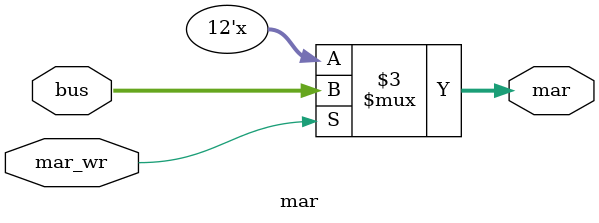
<source format=v>
module mar (mar, mar_wr, bus);
	output reg [11:0] mar;
	input mar_wr;
	input [11:0]bus;
	always @ (*)
	begin
		if (mar_wr) mar = bus;
	end
endmodule

</source>
